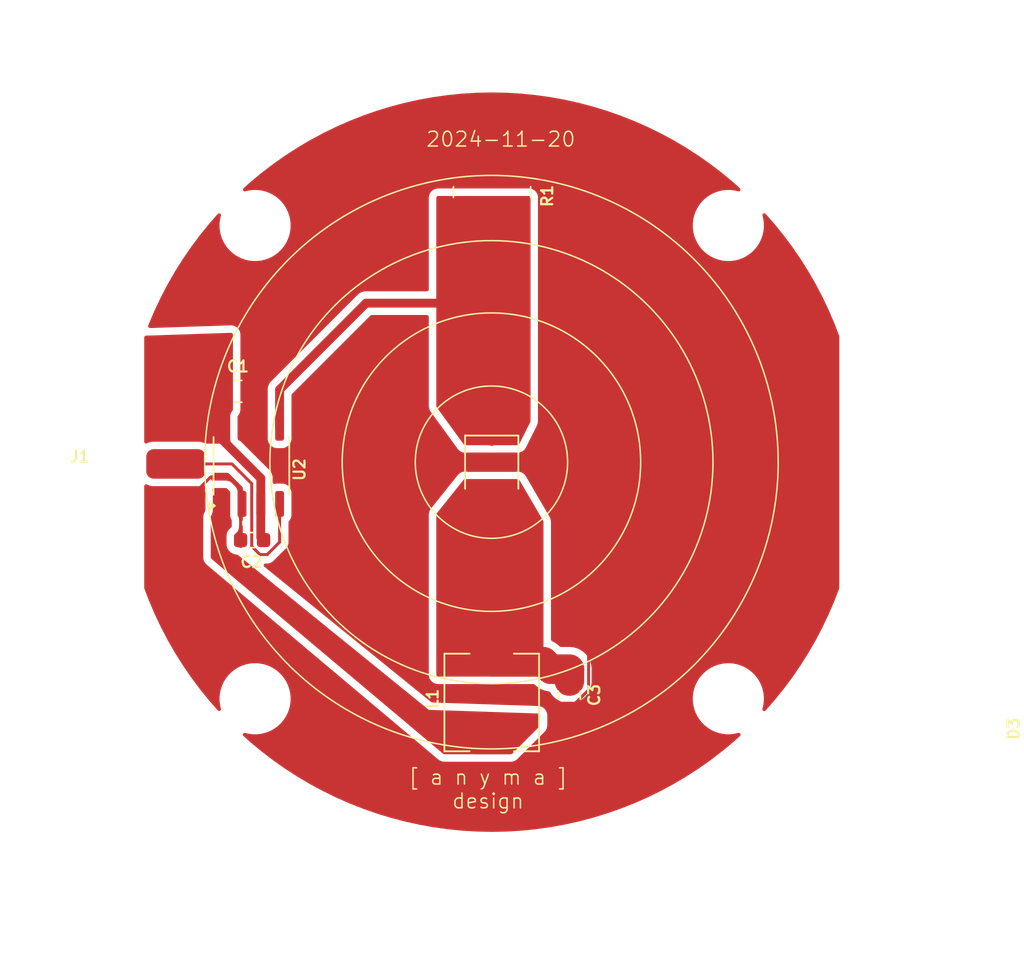
<source format=kicad_pcb>
(kicad_pcb (version 20240108) (generator "pcbnew") (generator_version "8.0")
  (layers (0 "F.Cu" signal) (31 "B.Cu" signal) (34 "B.Paste" user) (35 "F.Paste" user) (36 "B.SilkS" user "B.Silkscreen") (37 "F.SilkS" user "F.Silkscreen") (38 "B.Mask" user) (39 "F.Mask" user) (44 "Edge.Cuts" user))
  (net 0 "")
  (net 1 "GND")
  (net 2 "VCC")
  (net 3 "Net-(J1-Pin_2)")
  (net 4 "/sw2")
  (net 5 "/sw3")
  (net 6 "/sw1")
  (footprint "anyma_footprints:smd-3pin" (layer "F.Cu") (at 120.118 107.308)
    (property "Reference" "J1" (at -6.5 -0.5 0) (layer "F.SilkS") (effects (font (size 0.75 0.75))))
    (property "Value" "Conn_01x03")
    (pad "1" smd roundrect (at 0 -2.54) (size 4 2) (layers "F.Cu" "F.Paste" "F.Mask") (net 2 "VCC"))
    (pad "2" smd roundrect (at 0 0) (size 4 2) (layers "F.Cu" "F.Paste" "F.Mask") (net 3 "Net-(J1-Pin_2)"))
    (pad "3" smd roundrect (at 0 2.54) (size 4 2) (layers "F.Cu" "F.Paste" "F.Mask") (net 1 "GND"))
  )
  (footprint "Resistor_SMD:R_1020_2550Metric" (layer "F.Cu") (at 141.498 88.922959 90)
    (property "Reference" "R1" (at -0.265041 3.73 90) (layer "F.SilkS") (effects (font (size 0.75 0.75))))
    (property "Value" "0.16")
    (fp_line (start -0.361252 -2.61) (end 0.361252 -2.61) (stroke (width 0.12)) (layer "F.SilkS"))
    (fp_line (start -0.361252 2.61) (end 0.361252 2.61) (stroke (width 0.12)) (layer "F.SilkS"))
    (pad "1" smd roundrect (at -1.125 0 90) (size 1.15 5.2) (layers "F.Cu" "F.Paste" "F.Mask") (roundrect_rratio 0.217391) (net 5 "/sw3"))
    (pad "2" smd roundrect (at 1.125 0 90) (size 1.15 5.2) (layers "F.Cu" "F.Paste" "F.Mask") (roundrect_rratio 0.217391) (net 1 "GND"))
  )
  (footprint "Package_SO:SO-8_3.9x4.9mm_P1.27mm" (layer "F.Cu") (at 125.228 107.438 90)
    (property "Reference" "U2" (at -0.25 3.25 90) (layer "F.SilkS") (effects (font (size 0.75 0.75))))
    (property "Value" "~")
    (fp_line (start 0 -2.56) (end 1.95 -2.56) (stroke (width 0.12)) (layer "F.SilkS"))
    (fp_line (start 0 -2.56) (end -1.95 -2.56) (stroke (width 0.12)) (layer "F.SilkS"))
    (fp_line (start 0 2.56) (end 1.95 2.56) (stroke (width 0.12)) (layer "F.SilkS"))
    (fp_line (start 0 2.56) (end -1.95 2.56) (stroke (width 0.12)) (layer "F.SilkS"))
    (fp_poly (pts (xy -2.7 -2.465) (xy -2.94 -2.795) (xy -2.46 -2.795) (xy -2.7 -2.465)) (stroke (width 0.12)) (fill solid) (layer "F.SilkS"))
    (pad "1" smd roundrect (at -2.575 -1.905 90) (size 1.75 0.6) (layers "F.Cu" "F.Paste" "F.Mask") (net 6 "/sw1"))
    (pad "2" smd roundrect (at -2.575 -0.635 90) (size 1.75 0.6) (layers "F.Cu" "F.Paste" "F.Mask") (net 1 "GND"))
    (pad "3" smd roundrect (at -2.575 0.635 90) (size 1.75 0.6) (layers "F.Cu" "F.Paste" "F.Mask") (net 2 "VCC"))
    (pad "4" smd roundrect (at -2.575 1.905 90) (size 1.75 0.6) (layers "F.Cu" "F.Paste" "F.Mask") (net 3 "Net-(J1-Pin_2)"))
    (pad "5" smd roundrect (at 2.575 1.905 90) (size 1.75 0.6) (layers "F.Cu" "F.Paste" "F.Mask") (net 5 "/sw3"))
    (pad "6" smd roundrect (at 2.575 0.635 90) (size 1.75 0.6) (layers "F.Cu" "F.Paste" "F.Mask") (net 1 "GND"))
    (pad "7" smd roundrect (at 2.575 -0.635 90) (size 1.75 0.6) (layers "F.Cu" "F.Paste" "F.Mask") (net 1 "GND"))
    (pad "8" smd roundrect (at 2.575 -1.905 90) (size 1.75 0.6) (layers "F.Cu" "F.Paste" "F.Mask") (net 2 "VCC"))
  )
  (footprint "MountingHole:MountingHole_4.3mm_M4_DIN965" (layer "F.Cu") (at 125.476002 123.186)
    (property "Reference" "H3" (hide yes))
    (property "Value" "MountingHole")
    (pad "" np_thru_hole circle (at 0 0) (size 4.3 4.3) (drill 4.3) (layers "*.Cu" "*.Mask"))
  )
  (footprint "Capacitor_SMD:C_0805_2012Metric" (layer "F.Cu") (at 124.313 102.398)
    (property "Reference" "C1" (at 0 -1.68 0) (layer "F.SilkS") (effects (font (size 0.75 0.75))))
    (property "Value" "4u7/10V")
    (fp_line (start -0.261252 -0.735) (end 0.261252 -0.735) (stroke (width 0.12)) (layer "F.SilkS"))
    (fp_line (start -0.261252 0.735) (end 0.261252 0.735) (stroke (width 0.12)) (layer "F.SilkS"))
    (pad "1" smd roundrect (at -0.95 0) (size 1 1.45) (layers "F.Cu" "F.Paste" "F.Mask") (net 2 "VCC"))
    (pad "2" smd roundrect (at 0.95 0) (size 1 1.45) (layers "F.Cu" "F.Paste" "F.Mask") (net 1 "GND"))
  )
  (footprint "MountingHole:MountingHole_4.3mm_M4_DIN965" (layer "F.Cu") (at 157.476 91.186)
    (property "Reference" "H2" (hide yes))
    (property "Value" "MountingHole")
    (pad "" np_thru_hole circle (at 0 0) (size 4.3 4.3) (drill 4.3) (layers "*.Cu" "*.Mask"))
  )
  (footprint "MountingHole:MountingHole_4.3mm_M4_DIN965" (layer "F.Cu") (at 157.476002 123.186)
    (property "Reference" "H5" (hide yes))
    (property "Value" "MountingHole")
    (pad "" np_thru_hole circle (at 0 0) (size 4.3 4.3) (drill 4.3) (layers "*.Cu" "*.Mask"))
  )
  (footprint "Inductor_SMD:L_6.3x6.3_H3" (layer "F.Cu") (at 141.478 123.438 90)
    (property "Reference" "L1" (at 0.25 -4 90) (layer "F.SilkS") (effects (font (size 0.75 0.75))))
    (property "Value" "1u5")
    (fp_line (start 3.3 -3.2) (end 3.3 -1.5) (stroke (width 0.12)) (layer "F.SilkS"))
    (fp_line (start -3.3 -3.2) (end 3.3 -3.2) (stroke (width 0.12)) (layer "F.SilkS"))
    (fp_line (start -3.3 -1.5) (end -3.3 -3.2) (stroke (width 0.12)) (layer "F.SilkS"))
    (fp_line (start 3.3 1.5) (end 3.3 3.2) (stroke (width 0.12)) (layer "F.SilkS"))
    (fp_line (start 3.3 3.2) (end -3.3 3.2) (stroke (width 0.12)) (layer "F.SilkS"))
    (fp_line (start -3.3 3.2) (end -3.3 1.5) (stroke (width 0.12)) (layer "F.SilkS"))
    (pad "1" smd rect (at -2.75 0 90) (size 1.5 2.4) (layers "F.Cu" "F.Paste" "F.Mask") (net 6 "/sw1"))
    (pad "2" smd rect (at 2.75 0 90) (size 1.5 2.4) (layers "F.Cu" "F.Paste" "F.Mask") (net 4 "/sw2"))
  )
  (footprint "LED_SMD:LED_Cree-XP-G" (layer "F.Cu") (at 141.478 107.188 -90)
    (property "Reference" "D3" (at 18.03 -35.29 90) (layer "F.SilkS") (effects (font (size 0.75 0.75))))
    (property "Value" "LED_Pad")
    (fp_line (start -1.8 1.8) (end -1.8 -1.8) (stroke (width 0.12)) (layer "F.SilkS"))
    (fp_line (start 1.8 1.8) (end -1.8 1.8) (stroke (width 0.12)) (layer "F.SilkS"))
    (fp_line (start -1.8 -1.8) (end 1.8 -1.8) (stroke (width 0.12)) (layer "F.SilkS"))
    (pad "1" smd rect (at -1.4 0 270) (size 0.5 3.3) (layers "F.Cu" "F.Paste" "F.Mask") (net 5 "/sw3"))
    (pad "2" smd rect (at 1.4 0 270) (size 0.5 3.3) (layers "F.Cu" "F.Paste" "F.Mask") (net 4 "/sw2"))
    (pad "3" smd rect (at 0 0 270) (size 1.3 3.3) (layers "F.Cu" "F.Mask") (net 1 "GND"))
  )
  (footprint "Capacitor_SMD:C_0603_1608Metric" (layer "F.Cu") (at 125.273 112.458 180)
    (property "Reference" "C2" (at 0.045 -1.48 0) (layer "F.SilkS") (effects (font (size 0.75 0.75))))
    (property "Value" "1u")
    (fp_line (start -0.14058 0.51) (end 0.14058 0.51) (stroke (width 0.12)) (layer "F.SilkS"))
    (fp_line (start -0.14058 -0.51) (end 0.14058 -0.51) (stroke (width 0.12)) (layer "F.SilkS"))
    (pad "1" smd roundrect (at -0.775 0 180) (size 0.9 0.95) (layers "F.Cu" "F.Paste" "F.Mask") (net 2 "VCC"))
    (pad "2" smd roundrect (at 0.775 0 180) (size 0.9 0.95) (layers "F.Cu" "F.Paste" "F.Mask") (net 1 "GND"))
  )
  (footprint "Capacitor_SMD:C_0805_2012Metric" (layer "F.Cu") (at 146.728 122.938 -90)
    (property "Reference" "C3" (at 0 -1.68 90) (layer "F.SilkS") (effects (font (size 0.75 0.75))))
    (property "Value" "3u3")
    (fp_line (start -0.261252 0.735) (end 0.261252 0.735) (stroke (width 0.12)) (layer "F.SilkS"))
    (fp_line (start -0.261252 -0.735) (end 0.261252 -0.735) (stroke (width 0.12)) (layer "F.SilkS"))
    (pad "1" smd roundrect (at -0.95 0 270) (size 1 1.45) (layers "F.Cu" "F.Paste" "F.Mask") (net 4 "/sw2"))
    (pad "2" smd roundrect (at 0.95 0 270) (size 1 1.45) (layers "F.Cu" "F.Paste" "F.Mask") (net 1 "GND"))
  )
  (footprint "MountingHole:MountingHole_4.3mm_M4_DIN965" (layer "F.Cu") (at 125.476 91.186)
    (property "Reference" "H1" (hide yes))
    (property "Value" "MountingHole")
    (pad "" np_thru_hole circle (at 0 0) (size 4.3 4.3) (drill 4.3) (layers "*.Cu" "*.Mask"))
  )
  (gr_circle (center 141.458 107.188) (end 146.608 107.168) (stroke (width 0.1)) (fill none) (layer "F.SilkS"))
  (gr_circle (center 141.458 107.188) (end 156.438 107.118) (stroke (width 0.1)) (fill none) (layer "F.SilkS"))
  (gr_circle (center 141.458 107.188) (end 151.548 107.248) (stroke (width 0.1)) (fill none) (layer "F.SilkS"))
  (gr_circle (center 141.458 107.188) (end 160.848 107.228) (stroke (width 0.1)) (fill none) (layer "F.SilkS"))
  (gr_line (start 117.478 98.571158) (end 117.478 115.804835) (stroke (width 0.0001)) (layer "Edge.Cuts"))
  (gr_line (start 165.478 98.571153) (end 165.478 115.804842) (stroke (width 0.0001)) (layer "Edge.Cuts"))
  (gr_arc (start 117.478 98.571158) (mid 141.477998 81.687999) (end 165.478 98.571153) (stroke (width 0.0001)) (layer "Edge.Cuts"))
  (gr_arc (start 165.478 115.804842) (mid 141.478 132.687998) (end 117.478 115.804835) (stroke (width 0.0001)) (layer "Edge.Cuts"))
  (gr_text "[ a n y m a ]\ndesign" (at 141.228 130.688 0) (layer "F.SilkS") (effects (font (size 1 1) (thickness 0.1)) (justify bottom)))
  (gr_text "2024-11-20" (at 136.978 85.938 0) (layer "F.SilkS") (effects (font (size 1 1) (thickness 0.1)) (justify left bottom)))
  (segment (start 141.748 107.168) (end 144.703 107.168) (width 0.2) (layer "F.Cu") (net 1))
  (segment (start 144.703 107.168) (end 144.703 108.413) (width 0.2) (layer "F.Cu") (net 1))
  (segment (start 120.118 109.848) (end 120.818 109.848) (width 0.2) (layer "F.Cu") (net 1))
  (segment (start 146.337959 87.797959) (end 144.703 89.432918) (width 0.2) (layer "F.Cu") (net 1))
  (segment (start 120.818 109.848) (end 122.478 108.188) (width 0.2) (layer "F.Cu") (net 1))
  (segment (start 122.478 108.188) (end 123.642999 108.188) (width 0.2) (layer "F.Cu") (net 1))
  (segment (start 144.703 89.432918) (end 144.703 107.168) (width 0.2) (layer "F.Cu") (net 1))
  (segment (start 146.728 123.888) (end 148.028 122.588) (width 0.2) (layer "F.Cu") (net 1))
  (segment (start 134.728 128.188) (end 142.428 128.188) (width 0.2) (layer "F.Cu") (net 1))
  (segment (start 120.118 113.578) (end 134.728 128.188) (width 0.2) (layer "F.Cu") (net 1))
  (segment (start 141.478 107.188) (end 141.728 107.188) (width 0.2) (layer "F.Cu") (net 1))
  (segment (start 125.263 102.398) (end 125.263 104.263) (width 0.2) (layer "F.Cu") (net 1))
  (segment (start 124.593 109.138001) (end 124.593 110.013) (width 0.2) (layer "F.Cu") (net 1))
  (segment (start 148.028 122.588) (end 148.028 111.738) (width 0.2) (layer "F.Cu") (net 1))
  (segment (start 141.728 107.188) (end 141.748 107.168) (width 0.2) (layer "F.Cu") (net 1))
  (segment (start 148.028 111.738) (end 145.103 108.813) (width 0.2) (layer "F.Cu") (net 1))
  (segment (start 142.428 128.188) (end 146.728 123.888) (width 0.2) (layer "F.Cu") (net 1))
  (segment (start 124.593 104.863) (end 125.863 104.863) (width 0.2) (layer "F.Cu") (net 1))
  (segment (start 120.118 109.848) (end 120.118 113.578) (width 0.2) (layer "F.Cu") (net 1))
  (segment (start 125.863 106.323) (end 125.863 104.863) (width 0.2) (layer "F.Cu") (net 1))
  (segment (start 123.642999 108.188) (end 124.593 109.138001) (width 0.2) (layer "F.Cu") (net 1))
  (segment (start 124.498 110.108) (end 124.593 110.013) (width 0.2) (layer "F.Cu") (net 1))
  (segment (start 144.703 108.413) (end 145.103 108.813) (width 0.2) (layer "F.Cu") (net 1))
  (segment (start 125.263 104.263) (end 125.863 104.863) (width 0.2) (layer "F.Cu") (net 1))
  (segment (start 141.498 87.797959) (end 146.337959 87.797959) (width 0.2) (layer "F.Cu") (net 1))
  (segment (start 124.498 112.458) (end 124.498 110.108) (width 0.2) (layer "F.Cu") (net 1))
  (segment (start 126.728 107.188) (end 125.863 106.323) (width 0.2) (layer "F.Cu") (net 1))
  (segment (start 146.038 109.748) (end 162.758 109.748) (width 0.2) (layer "F.Cu") (net 1))
  (segment (start 141.478 107.188) (end 126.728 107.188) (width 0.2) (layer "F.Cu") (net 1))
  (segment (start 145.103 108.813) (end 146.038 109.748) (width 0.2) (layer "F.Cu") (net 1))
  (segment (start 126.048 112.458) (end 126.048 112.258) (width 0.6) (layer "F.Cu") (net 2))
  (segment (start 123.323 105.737999) (end 125.863 108.277999) (width 0.6) (layer "F.Cu") (net 2))
  (segment (start 125.863 110.013) (end 125.863 112.273) (width 0.6) (layer "F.Cu") (net 2))
  (segment (start 123.323 104.863) (end 123.323 105.737999) (width 0.6) (layer "F.Cu") (net 2))
  (segment (start 125.863 112.273) (end 126.048 112.458) (width 0.6) (layer "F.Cu") (net 2))
  (segment (start 125.863 108.277999) (end 125.863 110.013) (width 0.6) (layer "F.Cu") (net 2))
  (segment (start 125.248 108.642315) (end 125.248 112.881696) (width 0.2) (layer "F.Cu") (net 3))
  (segment (start 125.248 112.881696) (end 125.804304 113.438) (width 0.2) (layer "F.Cu") (net 3))
  (segment (start 120.118 107.308) (end 123.913685 107.308) (width 0.2) (layer "F.Cu") (net 3))
  (segment (start 123.913685 107.308) (end 125.248 108.642315) (width 0.2) (layer "F.Cu") (net 3))
  (segment (start 127.133 112.596696) (end 127.133 110.013) (width 0.2) (layer "F.Cu") (net 3))
  (segment (start 126.291696 113.438) (end 127.133 112.596696) (width 0.2) (layer "F.Cu") (net 3))
  (segment (start 125.804304 113.438) (end 126.291696 113.438) (width 0.2) (layer "F.Cu") (net 3))
  (segment (start 146.728 121.988) (end 146.728 121.188) (width 2) (layer "F.Cu") (net 4))
  (segment (start 146.728 121.188) (end 145.478 121.188) (width 2) (layer "F.Cu") (net 4))
  (segment (start 145.478 121.188) (end 144.978 120.688) (width 2) (layer "F.Cu") (net 4))
  (segment (start 144.978 120.688) (end 141.478 120.688) (width 2) (layer "F.Cu") (net 4))
  (segment (start 127.133 102.283) (end 132.978 96.438) (width 0.6) (layer "F.Cu") (net 5))
  (segment (start 141.478 101.688) (end 141.478 105.788) (width 0.6) (layer "F.Cu") (net 5))
  (segment (start 138.478 96.438) (end 140.478 98.438) (width 0.6) (layer "F.Cu") (net 5))
  (segment (start 127.133 104.863) (end 127.133 102.283) (width 0.6) (layer "F.Cu") (net 5))
  (segment (start 140.478 98.438) (end 140.478 100.688) (width 0.6) (layer "F.Cu") (net 5))
  (segment (start 132.978 96.438) (end 138.478 96.438) (width 0.6) (layer "F.Cu") (net 5))
  (segment (start 140.478 100.688) (end 141.478 101.688) (width 0.6) (layer "F.Cu") (net 5))
  (zone (net 6) (net_name "/sw1") (layer "F.Cu") (priority 2) (connect_pads yes (clearance 0.5)) (min_thickness 0.25) (fill yes (thermal_gap 0.5) (thermal_bridge_width 0.5))
    (polygon (pts (xy 144.728 126.938) (xy 138.228 126.938) (xy 122.478 113.688) (xy 122.478 108.938) (xy 123.978 108.938) (xy 123.978 113.188) (xy 137.228 123.938) (xy 144.728 124.188)))
  )
  (zone (net 4) (net_name "/sw2") (layer "F.Cu") (priority 1) (connect_pads yes (clearance 0.5)) (min_thickness 0.25) (fill yes (thermal_gap 0.5) (thermal_bridge_width 0.5))
    (polygon (pts (xy 139.728 108.188) (xy 143.228 108.188) (xy 144.978 111.188) (xy 144.978 121.688) (xy 137.728 121.688) (xy 137.728 110.688)))
  )
  (zone (net 5) (net_name "/sw3") (layer "F.Cu") (priority 2) (connect_pads yes (clearance 0.5)) (min_thickness 0.25) (fill yes (thermal_gap 0.5) (thermal_bridge_width 0.5))
    (polygon (pts (xy 139.728 106.188) (xy 143.228 106.188) (xy 144.978 102.688) (xy 144.978 89.188) (xy 137.728 89.188) (xy 137.728 103.438)))
  )
  (zone (net 2) (net_name "VCC") (layer "F.Cu") (priority 3) (connect_pads yes (clearance 0.5)) (min_thickness 0.25) (fill yes (thermal_gap 0.5) (thermal_bridge_width 0.5))
    (polygon (pts (xy 116.728 105.938) (xy 116.478 98.688) (xy 123.978 98.438) (xy 123.978 105.938)))
  )
  (zone (net 1) (net_name "GND") (layer "F.Cu") (connect_pads yes (clearance 0.5)) (min_thickness 0.25) (fill yes (thermal_gap 0.5) (thermal_bridge_width 0.5))
    (polygon (pts (xy 108.228 76.188) (xy 174.728 76.438) (xy 173.478 141.688) (xy 108.478 141.438) (xy 108.228 75.938)))
  )
)
</source>
